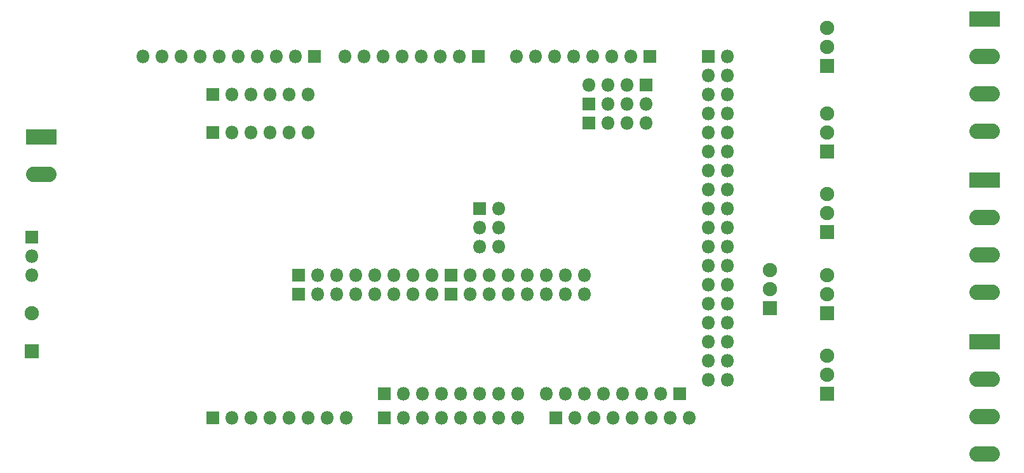
<source format=gbs>
G04 #@! TF.FileFunction,Soldermask,Bot*
%FSLAX46Y46*%
G04 Gerber Fmt 4.6, Leading zero omitted, Abs format (unit mm)*
G04 Created by KiCad (PCBNEW 4.0.7) date 02/13/18 18:01:40*
%MOMM*%
%LPD*%
G01*
G04 APERTURE LIST*
%ADD10C,0.100000*%
%ADD11R,1.801600X1.801600*%
%ADD12O,1.801600X1.801600*%
%ADD13R,4.061600X2.081600*%
%ADD14O,4.061600X2.081600*%
%ADD15R,1.901600X1.901600*%
%ADD16O,1.901600X1.901600*%
G04 APERTURE END LIST*
D10*
D11*
X196723000Y-71120000D03*
D12*
X194183000Y-71120000D03*
X191643000Y-71120000D03*
X189103000Y-71120000D03*
X186563000Y-71120000D03*
X184023000Y-71120000D03*
X181483000Y-71120000D03*
X178943000Y-71120000D03*
D11*
X200660000Y-116205000D03*
D12*
X198120000Y-116205000D03*
X195580000Y-116205000D03*
X193040000Y-116205000D03*
X190500000Y-116205000D03*
X187960000Y-116205000D03*
X185420000Y-116205000D03*
X182880000Y-116205000D03*
D11*
X170180000Y-102870000D03*
D12*
X172720000Y-102870000D03*
X175260000Y-102870000D03*
X177800000Y-102870000D03*
X180340000Y-102870000D03*
X182880000Y-102870000D03*
X185420000Y-102870000D03*
X187960000Y-102870000D03*
D11*
X138430000Y-76200000D03*
D12*
X140970000Y-76200000D03*
X143510000Y-76200000D03*
X146050000Y-76200000D03*
X148590000Y-76200000D03*
X151130000Y-76200000D03*
D11*
X138430000Y-81280000D03*
D12*
X140970000Y-81280000D03*
X143510000Y-81280000D03*
X146050000Y-81280000D03*
X148590000Y-81280000D03*
X151130000Y-81280000D03*
D11*
X138430000Y-119380000D03*
D12*
X140970000Y-119380000D03*
X143510000Y-119380000D03*
X146050000Y-119380000D03*
X148590000Y-119380000D03*
X151130000Y-119380000D03*
X153670000Y-119380000D03*
X156210000Y-119380000D03*
D11*
X149860000Y-102870000D03*
D12*
X152400000Y-102870000D03*
X154940000Y-102870000D03*
X157480000Y-102870000D03*
X160020000Y-102870000D03*
X162560000Y-102870000D03*
X165100000Y-102870000D03*
X167640000Y-102870000D03*
D11*
X149860000Y-100330000D03*
D12*
X152400000Y-100330000D03*
X154940000Y-100330000D03*
X157480000Y-100330000D03*
X160020000Y-100330000D03*
X162560000Y-100330000D03*
X165100000Y-100330000D03*
X167640000Y-100330000D03*
D11*
X173863000Y-71120000D03*
D12*
X171323000Y-71120000D03*
X168783000Y-71120000D03*
X166243000Y-71120000D03*
X163703000Y-71120000D03*
X161163000Y-71120000D03*
X158623000Y-71120000D03*
X156083000Y-71120000D03*
D11*
X161290000Y-119380000D03*
D12*
X163830000Y-119380000D03*
X166370000Y-119380000D03*
X168910000Y-119380000D03*
X171450000Y-119380000D03*
X173990000Y-119380000D03*
X176530000Y-119380000D03*
X179070000Y-119380000D03*
D11*
X170180000Y-100330000D03*
D12*
X172720000Y-100330000D03*
X175260000Y-100330000D03*
X177800000Y-100330000D03*
X180340000Y-100330000D03*
X182880000Y-100330000D03*
X185420000Y-100330000D03*
X187960000Y-100330000D03*
D11*
X173990000Y-91440000D03*
D12*
X176530000Y-91440000D03*
X173990000Y-93980000D03*
X176530000Y-93980000D03*
X173990000Y-96520000D03*
X176530000Y-96520000D03*
D11*
X184150000Y-119380000D03*
D12*
X186690000Y-119380000D03*
X189230000Y-119380000D03*
X191770000Y-119380000D03*
X194310000Y-119380000D03*
X196850000Y-119380000D03*
X199390000Y-119380000D03*
X201930000Y-119380000D03*
D11*
X204470000Y-71120000D03*
D12*
X207010000Y-71120000D03*
X204470000Y-73660000D03*
X207010000Y-73660000D03*
X204470000Y-76200000D03*
X207010000Y-76200000D03*
X204470000Y-78740000D03*
X207010000Y-78740000D03*
X204470000Y-81280000D03*
X207010000Y-81280000D03*
X204470000Y-83820000D03*
X207010000Y-83820000D03*
X204470000Y-86360000D03*
X207010000Y-86360000D03*
X204470000Y-88900000D03*
X207010000Y-88900000D03*
X204470000Y-91440000D03*
X207010000Y-91440000D03*
X204470000Y-93980000D03*
X207010000Y-93980000D03*
X204470000Y-96520000D03*
X207010000Y-96520000D03*
X204470000Y-99060000D03*
X207010000Y-99060000D03*
X204470000Y-101600000D03*
X207010000Y-101600000D03*
X204470000Y-104140000D03*
X207010000Y-104140000D03*
X204470000Y-106680000D03*
X207010000Y-106680000D03*
X204470000Y-109220000D03*
X207010000Y-109220000D03*
X204470000Y-111760000D03*
X207010000Y-111760000D03*
X204470000Y-114300000D03*
X207010000Y-114300000D03*
D13*
X241300000Y-66120000D03*
D14*
X241300000Y-71120000D03*
X241300000Y-81120000D03*
X241300000Y-76120000D03*
D13*
X241300000Y-87630000D03*
D14*
X241300000Y-92630000D03*
X241300000Y-102630000D03*
X241300000Y-97630000D03*
D13*
X241300000Y-109220000D03*
D14*
X241300000Y-114220000D03*
X241300000Y-124220000D03*
X241300000Y-119220000D03*
D15*
X220345000Y-116205000D03*
D16*
X220345000Y-113665000D03*
X220345000Y-111125000D03*
D15*
X220345000Y-105410000D03*
D16*
X220345000Y-102870000D03*
X220345000Y-100330000D03*
D15*
X212725000Y-104775000D03*
D16*
X212725000Y-102235000D03*
X212725000Y-99695000D03*
D15*
X220345000Y-72390000D03*
D16*
X220345000Y-69850000D03*
X220345000Y-67310000D03*
D15*
X220345000Y-94615000D03*
D16*
X220345000Y-92075000D03*
X220345000Y-89535000D03*
D15*
X220345000Y-83820000D03*
D16*
X220345000Y-81280000D03*
X220345000Y-78740000D03*
D11*
X152019000Y-71120000D03*
D12*
X149479000Y-71120000D03*
X146939000Y-71120000D03*
X144399000Y-71120000D03*
X141859000Y-71120000D03*
X139319000Y-71120000D03*
X136779000Y-71120000D03*
X134239000Y-71120000D03*
X131699000Y-71120000D03*
X129159000Y-71120000D03*
D15*
X114300000Y-110490000D03*
D16*
X114300000Y-105410000D03*
D11*
X114300000Y-95250000D03*
D12*
X114300000Y-97790000D03*
X114300000Y-100330000D03*
D13*
X115570000Y-81915000D03*
D14*
X115570000Y-86915000D03*
D11*
X161290000Y-116205000D03*
D12*
X163830000Y-116205000D03*
X166370000Y-116205000D03*
X168910000Y-116205000D03*
X171450000Y-116205000D03*
X173990000Y-116205000D03*
X176530000Y-116205000D03*
X179070000Y-116205000D03*
D11*
X196215000Y-74930000D03*
D12*
X193675000Y-74930000D03*
X191135000Y-74930000D03*
X188595000Y-74930000D03*
D11*
X188595000Y-77470000D03*
D12*
X191135000Y-77470000D03*
X193675000Y-77470000D03*
X196215000Y-77470000D03*
D11*
X188595000Y-80010000D03*
D12*
X191135000Y-80010000D03*
X193675000Y-80010000D03*
X196215000Y-80010000D03*
M02*

</source>
